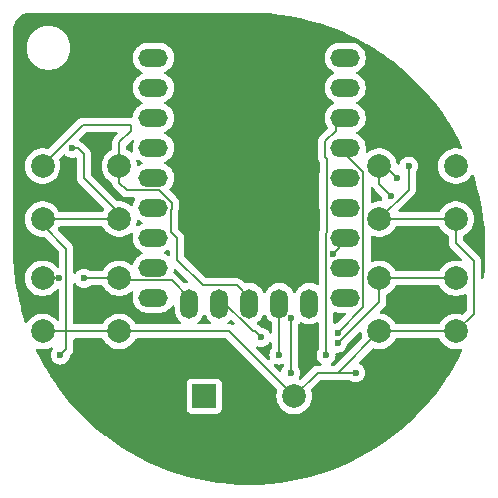
<source format=gbr>
%TF.GenerationSoftware,KiCad,Pcbnew,8.0.5*%
%TF.CreationDate,2024-10-15T22:02:10+02:00*%
%TF.ProjectId,_autosave-pcb,5f617574-6f73-4617-9665-2d7063622e6b,rev?*%
%TF.SameCoordinates,Original*%
%TF.FileFunction,Copper,L2,Bot*%
%TF.FilePolarity,Positive*%
%FSLAX46Y46*%
G04 Gerber Fmt 4.6, Leading zero omitted, Abs format (unit mm)*
G04 Created by KiCad (PCBNEW 8.0.5) date 2024-10-15 22:02:10*
%MOMM*%
%LPD*%
G01*
G04 APERTURE LIST*
%TA.AperFunction,ComponentPad*%
%ADD10C,2.000000*%
%TD*%
%TA.AperFunction,ComponentPad*%
%ADD11R,2.000000X2.000000*%
%TD*%
%TA.AperFunction,ComponentPad*%
%ADD12O,2.500000X1.500000*%
%TD*%
%TA.AperFunction,ComponentPad*%
%ADD13O,1.500000X2.500000*%
%TD*%
%TA.AperFunction,ViaPad*%
%ADD14C,0.600000*%
%TD*%
%TA.AperFunction,Conductor*%
%ADD15C,0.200000*%
%TD*%
G04 APERTURE END LIST*
D10*
%TO.P,SBR1,1,1*%
%TO.N,Net-(U1-12)*%
X161000000Y-52500000D03*
X167500000Y-52500000D03*
%TO.P,SBR1,2,2*%
%TO.N,GND*%
X161000000Y-57000000D03*
X167500000Y-57000000D03*
%TD*%
%TO.P,STL1,1,1*%
%TO.N,Net-(U1-11)*%
X132500000Y-43000000D03*
X139000000Y-43000000D03*
%TO.P,STL1,2,2*%
%TO.N,GND*%
X132500000Y-47500000D03*
X139000000Y-47500000D03*
%TD*%
%TO.P,SBL1,1,1*%
%TO.N,Net-(U1-13)*%
X132500000Y-52500000D03*
X139000000Y-52500000D03*
%TO.P,SBL1,2,2*%
%TO.N,GND*%
X132500000Y-57000000D03*
X139000000Y-57000000D03*
%TD*%
%TO.P,STR1,1,1*%
%TO.N,Net-(U1-10)*%
X161000000Y-43000000D03*
X167500000Y-43000000D03*
%TO.P,STR1,2,2*%
%TO.N,GND*%
X161000000Y-47500000D03*
X167500000Y-47500000D03*
%TD*%
D11*
%TO.P,BZ1,1,+*%
%TO.N,Net-(BZ1-+)*%
X146200000Y-62500000D03*
D10*
%TO.P,BZ1,2,-*%
%TO.N,GND*%
X153800000Y-62500000D03*
%TD*%
D12*
%TO.P,U1,1,0*%
%TO.N,unconnected-(U1-0-Pad1)*%
X158120000Y-33840000D03*
%TO.P,U1,2,1*%
%TO.N,unconnected-(U1-1-Pad2)*%
X158120000Y-36380000D03*
%TO.P,U1,3,2*%
%TO.N,Net-(U1-2)*%
X158120000Y-38920000D03*
%TO.P,U1,4,3*%
%TO.N,Net-(U1-3)*%
X158120000Y-41460000D03*
%TO.P,U1,5,4*%
%TO.N,Net-(U1-4)*%
X158120000Y-44000000D03*
%TO.P,U1,6,5*%
%TO.N,Net-(U1-5)*%
X158120000Y-46540000D03*
%TO.P,U1,7,6*%
%TO.N,Net-(U1-6)*%
X158120000Y-49080000D03*
%TO.P,U1,8,7*%
%TO.N,unconnected-(U1-7-Pad8)*%
X158120000Y-51620000D03*
%TO.P,U1,9,8*%
%TO.N,unconnected-(U1-8-Pad9)*%
X158120000Y-54160000D03*
D13*
%TO.P,U1,10,9*%
%TO.N,unconnected-(U1-9-Pad10)*%
X155080000Y-54660000D03*
%TO.P,U1,11,10*%
%TO.N,Net-(U1-10)*%
X152540000Y-54660000D03*
%TO.P,U1,12,11*%
%TO.N,Net-(U1-11)*%
X150000000Y-54660000D03*
%TO.P,U1,13,12*%
%TO.N,Net-(U1-12)*%
X147460000Y-54660000D03*
%TO.P,U1,14,13*%
%TO.N,Net-(U1-13)*%
X144920000Y-54660000D03*
D12*
%TO.P,U1,15,14*%
%TO.N,unconnected-(U1-14-Pad15)*%
X141880000Y-54160000D03*
%TO.P,U1,16,15*%
%TO.N,unconnected-(U1-15-Pad16)*%
X141880000Y-51620000D03*
%TO.P,U1,17,26*%
%TO.N,unconnected-(U1-26-Pad17)*%
X141880000Y-49080000D03*
%TO.P,U1,18,27*%
%TO.N,unconnected-(U1-27-Pad18)*%
X141880000Y-46540000D03*
%TO.P,U1,19,28*%
%TO.N,unconnected-(U1-28-Pad19)*%
X141880000Y-44000000D03*
%TO.P,U1,20,29*%
%TO.N,unconnected-(U1-29-Pad20)*%
X141880000Y-41460000D03*
%TO.P,U1,21,3V3*%
%TO.N,unconnected-(U1-3V3-Pad21)*%
X141880000Y-38920000D03*
%TO.P,U1,22,GND*%
%TO.N,unconnected-(U1-GND-Pad22)*%
X141880000Y-36380000D03*
%TO.P,U1,23,5V*%
%TO.N,unconnected-(U1-5V-Pad23)*%
X141880000Y-33840000D03*
%TD*%
D14*
%TO.N,GND*%
X135000000Y-41500000D03*
X159000000Y-60500000D03*
X163500000Y-43000000D03*
X134000000Y-59000000D03*
%TO.N,Net-(U1-3)*%
X157500000Y-57100000D03*
%TO.N,Net-(U1-2)*%
X156500000Y-59000000D03*
%TO.N,Net-(U1-13)*%
X136000000Y-52500000D03*
X133900000Y-52500000D03*
%TO.N,Net-(U1-12)*%
X157500000Y-58000000D03*
X151000000Y-57500000D03*
%TO.N,Net-(U1-10)*%
X152500000Y-59000000D03*
X162000000Y-45500000D03*
X162500000Y-44000000D03*
%TO.N,Net-(U1-6)*%
X153500000Y-60500000D03*
X153547423Y-55900001D03*
X157099999Y-50483294D03*
%TD*%
D15*
%TO.N,GND*%
X136000000Y-44000000D02*
X136000000Y-42000000D01*
X135000000Y-41500000D02*
X135500000Y-41500000D01*
X139000000Y-47500000D02*
X139000000Y-47000000D01*
X132500000Y-47500000D02*
X132500000Y-48000000D01*
X139000000Y-47000000D02*
X136000000Y-44000000D01*
X167500000Y-47500000D02*
X167500000Y-49500000D01*
X135500000Y-41500000D02*
X136000000Y-42000000D01*
X139000000Y-57000000D02*
X148300000Y-57000000D01*
X134500000Y-57000000D02*
X139000000Y-57000000D01*
X132500000Y-48000000D02*
X134500000Y-50000000D01*
X167500000Y-49500000D02*
X169000000Y-51000000D01*
X134500000Y-57000000D02*
X132500000Y-57000000D01*
X155800000Y-60500000D02*
X153800000Y-62500000D01*
X134500000Y-50000000D02*
X134500000Y-57000000D01*
X139000000Y-47500000D02*
X132500000Y-47500000D01*
X167500000Y-47500000D02*
X161000000Y-47500000D01*
X163500000Y-45000000D02*
X161000000Y-47500000D01*
X161000000Y-57000000D02*
X157500000Y-60500000D01*
X134500000Y-58500000D02*
X134500000Y-57000000D01*
X134000000Y-59000000D02*
X134500000Y-58500000D01*
X169000000Y-51000000D02*
X169000000Y-55500000D01*
X157500000Y-60500000D02*
X155800000Y-60500000D01*
X169000000Y-55500000D02*
X167500000Y-57000000D01*
X159000000Y-60500000D02*
X157500000Y-60500000D01*
X148300000Y-57000000D02*
X153800000Y-62500000D01*
X161000000Y-57000000D02*
X167500000Y-57000000D01*
X163500000Y-43000000D02*
X163500000Y-45000000D01*
%TO.N,Net-(U1-3)*%
X159670000Y-54930000D02*
X159670000Y-43510000D01*
X159670000Y-43510000D02*
X157620000Y-41460000D01*
X157500000Y-57100000D02*
X159670000Y-54930000D01*
%TO.N,Net-(U1-2)*%
X156500000Y-48715076D02*
X156500000Y-59000000D01*
X156602593Y-48612483D02*
X156500000Y-48715076D01*
X157346409Y-38920000D02*
X157346409Y-39992502D01*
X156420200Y-42240889D02*
X156602593Y-42423282D01*
X156420200Y-40918711D02*
X156420200Y-42240889D01*
X156602593Y-43663816D02*
X156541006Y-43725403D01*
X156541006Y-43725403D02*
X156541006Y-46532538D01*
X156602593Y-46842159D02*
X156602593Y-48612483D01*
X156602593Y-42423282D02*
X156602593Y-43663816D01*
X157620000Y-38920000D02*
X157346409Y-38920000D01*
X157346409Y-39992502D02*
X156420200Y-40918711D01*
X156541006Y-46532538D02*
X156602593Y-46842159D01*
%TO.N,Net-(U1-13)*%
X139170000Y-52670000D02*
X143430000Y-52670000D01*
X139000000Y-52500000D02*
X139170000Y-52670000D01*
X136000000Y-52500000D02*
X139000000Y-52500000D01*
X143430000Y-52670000D02*
X144920000Y-54160000D01*
X132500000Y-52500000D02*
X133900000Y-52500000D01*
%TO.N,Net-(U1-12)*%
X167500000Y-52500000D02*
X161000000Y-52500000D01*
X161000000Y-52500000D02*
X161000000Y-54500000D01*
X151000000Y-57500000D02*
X150500000Y-57000000D01*
X161000000Y-54500000D02*
X157500000Y-58000000D01*
X150300000Y-57000000D02*
X147460000Y-54160000D01*
X150500000Y-57000000D02*
X150300000Y-57000000D01*
%TO.N,Net-(U1-11)*%
X140000000Y-40000000D02*
X139000000Y-41000000D01*
X148940000Y-53100000D02*
X150000000Y-54160000D01*
X143458994Y-46532538D02*
X143397407Y-46842159D01*
X139000000Y-41000000D02*
X139000000Y-43000000D01*
X140000000Y-39500000D02*
X140000000Y-40000000D01*
X142388911Y-45050000D02*
X143458994Y-46120083D01*
X139000000Y-43000000D02*
X139000000Y-44414213D01*
X143458994Y-46120083D02*
X143458994Y-46532538D01*
X146040315Y-53100000D02*
X148940000Y-53100000D01*
X135934315Y-39500000D02*
X140000000Y-39500000D01*
X139635787Y-45050000D02*
X142388911Y-45050000D01*
X132500000Y-42934315D02*
X135934315Y-39500000D01*
X143397407Y-46842159D02*
X143397407Y-48612483D01*
X143397407Y-48612483D02*
X143887146Y-49102222D01*
X139000000Y-44414213D02*
X139635787Y-45050000D01*
X132500000Y-43000000D02*
X132500000Y-42934315D01*
X143887146Y-50946831D02*
X146040315Y-53100000D01*
X143887146Y-49102222D02*
X143887146Y-50946831D01*
%TO.N,Net-(U1-10)*%
X161000000Y-43000000D02*
X161500000Y-43000000D01*
X152500000Y-59000000D02*
X152500000Y-58000000D01*
X152540000Y-57960000D02*
X152540000Y-54160000D01*
X161000000Y-44500000D02*
X162000000Y-45500000D01*
X152500000Y-58000000D02*
X152540000Y-57960000D01*
X161500000Y-43000000D02*
X162500000Y-44000000D01*
X161000000Y-43000000D02*
X161000000Y-44500000D01*
%TO.N,Net-(U1-6)*%
X153547423Y-60452577D02*
X153547423Y-55900001D01*
X153500000Y-60500000D02*
X153547423Y-60452577D01*
X157620000Y-49080000D02*
X157620000Y-49963293D01*
X157620000Y-49963293D02*
X157099999Y-50483294D01*
%TD*%
%TA.AperFunction,NonConductor*%
G36*
X140164055Y-40787694D02*
G01*
X140219988Y-40829566D01*
X140244405Y-40895030D01*
X140231207Y-40960169D01*
X140221118Y-40979970D01*
X140160290Y-41167173D01*
X140129500Y-41361577D01*
X140129500Y-41558422D01*
X140156130Y-41726560D01*
X140147175Y-41795854D01*
X140102179Y-41849306D01*
X140035427Y-41869945D01*
X139968114Y-41851220D01*
X139957499Y-41843815D01*
X139823509Y-41739526D01*
X139823507Y-41739525D01*
X139823506Y-41739524D01*
X139665482Y-41654006D01*
X139615892Y-41604786D01*
X139600500Y-41544951D01*
X139600500Y-41300097D01*
X139620185Y-41233058D01*
X139636819Y-41212416D01*
X140033040Y-40816195D01*
X140094363Y-40782710D01*
X140164055Y-40787694D01*
G37*
%TD.AperFunction*%
%TA.AperFunction,NonConductor*%
G36*
X140622046Y-42457033D02*
G01*
X140639219Y-42467494D01*
X140724595Y-42529524D01*
X140830571Y-42583521D01*
X140901213Y-42619515D01*
X140952009Y-42667489D01*
X140968804Y-42735310D01*
X140946267Y-42801445D01*
X140901213Y-42840485D01*
X140724591Y-42930477D01*
X140690906Y-42954951D01*
X140625099Y-42978430D01*
X140557045Y-42962603D01*
X140508351Y-42912497D01*
X140494446Y-42864875D01*
X140485108Y-42752179D01*
X140477815Y-42723380D01*
X140446129Y-42598254D01*
X140448753Y-42528433D01*
X140488709Y-42471116D01*
X140553310Y-42444499D01*
X140622046Y-42457033D01*
G37*
%TD.AperFunction*%
%TA.AperFunction,NonConductor*%
G36*
X160475703Y-44806531D02*
G01*
X160501888Y-44838245D01*
X160519479Y-44868714D01*
X160519481Y-44868717D01*
X160638349Y-44987585D01*
X160638355Y-44987590D01*
X161169298Y-45518533D01*
X161202783Y-45579856D01*
X161204837Y-45592330D01*
X161214630Y-45679249D01*
X161270044Y-45837615D01*
X161273605Y-45907394D01*
X161238876Y-45968021D01*
X161176882Y-46000248D01*
X161132593Y-46000878D01*
X161124335Y-45999500D01*
X160875665Y-45999500D01*
X160630383Y-46040429D01*
X160434763Y-46107586D01*
X160364964Y-46110736D01*
X160304543Y-46075650D01*
X160272682Y-46013467D01*
X160270500Y-45990305D01*
X160270500Y-44900244D01*
X160290185Y-44833205D01*
X160342989Y-44787450D01*
X160412147Y-44777506D01*
X160475703Y-44806531D01*
G37*
%TD.AperFunction*%
%TA.AperFunction,NonConductor*%
G36*
X138817941Y-40120185D02*
G01*
X138863696Y-40172989D01*
X138873640Y-40242147D01*
X138844615Y-40305703D01*
X138838583Y-40312181D01*
X138519481Y-40631282D01*
X138519481Y-40631283D01*
X138519480Y-40631284D01*
X138487355Y-40686927D01*
X138440423Y-40768215D01*
X138399499Y-40920943D01*
X138399499Y-40920945D01*
X138399499Y-41089046D01*
X138399500Y-41089059D01*
X138399500Y-41544951D01*
X138379815Y-41611990D01*
X138334518Y-41654006D01*
X138176493Y-41739524D01*
X137980257Y-41892261D01*
X137811833Y-42075217D01*
X137675826Y-42283393D01*
X137575936Y-42511118D01*
X137514892Y-42752175D01*
X137514890Y-42752187D01*
X137494357Y-42999994D01*
X137494357Y-43000005D01*
X137514890Y-43247812D01*
X137514892Y-43247824D01*
X137575936Y-43488881D01*
X137675826Y-43716606D01*
X137811833Y-43924782D01*
X137811836Y-43924785D01*
X137980256Y-44107738D01*
X138176491Y-44260474D01*
X138176493Y-44260475D01*
X138176496Y-44260477D01*
X138334516Y-44345993D01*
X138384107Y-44395213D01*
X138399499Y-44455048D01*
X138399499Y-44493267D01*
X138399498Y-44493267D01*
X138440423Y-44645998D01*
X138460794Y-44681280D01*
X138460795Y-44681284D01*
X138519475Y-44782922D01*
X138519481Y-44782930D01*
X138638349Y-44901798D01*
X138638354Y-44901802D01*
X139267071Y-45530520D01*
X139267073Y-45530521D01*
X139267077Y-45530524D01*
X139352524Y-45579856D01*
X139404003Y-45609577D01*
X139556730Y-45650501D01*
X139556732Y-45650501D01*
X139722441Y-45650501D01*
X139722457Y-45650500D01*
X140237192Y-45650500D01*
X140304231Y-45670185D01*
X140349986Y-45722989D01*
X140359930Y-45792147D01*
X140337510Y-45847385D01*
X140310478Y-45884591D01*
X140221117Y-46059970D01*
X140160291Y-46247171D01*
X140157270Y-46266246D01*
X140127339Y-46329380D01*
X140068026Y-46366310D01*
X139998164Y-46365310D01*
X139958635Y-46344699D01*
X139938953Y-46329380D01*
X139823509Y-46239526D01*
X139823507Y-46239525D01*
X139823506Y-46239524D01*
X139604811Y-46121172D01*
X139604802Y-46121169D01*
X139369616Y-46040429D01*
X139124335Y-45999500D01*
X138900098Y-45999500D01*
X138833059Y-45979815D01*
X138812417Y-45963181D01*
X136636819Y-43787583D01*
X136603334Y-43726260D01*
X136600500Y-43699902D01*
X136600500Y-42089060D01*
X136600501Y-42089047D01*
X136600501Y-41920944D01*
X136600501Y-41920943D01*
X136559577Y-41768216D01*
X136543013Y-41739526D01*
X136480524Y-41631290D01*
X136480518Y-41631282D01*
X135868717Y-41019481D01*
X135868709Y-41019475D01*
X135766936Y-40960717D01*
X135766934Y-40960716D01*
X135731790Y-40940425D01*
X135731789Y-40940424D01*
X135717316Y-40936546D01*
X135632712Y-40913876D01*
X135573054Y-40877511D01*
X135542525Y-40814664D01*
X135550820Y-40745289D01*
X135577124Y-40706424D01*
X136146731Y-40136819D01*
X136208054Y-40103334D01*
X136234412Y-40100500D01*
X138750902Y-40100500D01*
X138817941Y-40120185D01*
G37*
%TD.AperFunction*%
%TA.AperFunction,NonConductor*%
G36*
X140687781Y-47582777D02*
G01*
X140704285Y-47594768D01*
X140724593Y-47609523D01*
X140901213Y-47699515D01*
X140952009Y-47747489D01*
X140968804Y-47815310D01*
X140946267Y-47881445D01*
X140901213Y-47920485D01*
X140724591Y-48010478D01*
X140626806Y-48081523D01*
X140561000Y-48105003D01*
X140492946Y-48089177D01*
X140444251Y-48039072D01*
X140430376Y-47970594D01*
X140433713Y-47950770D01*
X140485108Y-47747821D01*
X140491319Y-47672853D01*
X140516473Y-47607671D01*
X140572874Y-47566432D01*
X140642618Y-47562234D01*
X140687781Y-47582777D01*
G37*
%TD.AperFunction*%
%TA.AperFunction,NonConductor*%
G36*
X143223620Y-50102377D02*
G01*
X143272315Y-50152482D01*
X143286646Y-50210350D01*
X143286646Y-50489649D01*
X143266961Y-50556688D01*
X143214157Y-50602443D01*
X143144999Y-50612387D01*
X143089761Y-50589967D01*
X143035406Y-50550476D01*
X142858787Y-50460485D01*
X142807990Y-50412511D01*
X142791195Y-50344690D01*
X142813732Y-50278555D01*
X142858787Y-50239515D01*
X142890118Y-50223550D01*
X143035405Y-50149524D01*
X143065588Y-50127594D01*
X143089760Y-50110033D01*
X143155566Y-50086552D01*
X143223620Y-50102377D01*
G37*
%TD.AperFunction*%
%TA.AperFunction,NonConductor*%
G36*
X166110923Y-48120185D02*
G01*
X166156678Y-48172989D01*
X166157440Y-48174689D01*
X166175827Y-48216608D01*
X166311833Y-48424782D01*
X166311836Y-48424785D01*
X166480256Y-48607738D01*
X166667211Y-48753251D01*
X166676494Y-48760476D01*
X166676496Y-48760477D01*
X166725828Y-48787174D01*
X166834517Y-48845993D01*
X166884108Y-48895212D01*
X166899500Y-48955048D01*
X166899500Y-49413330D01*
X166899499Y-49413348D01*
X166899499Y-49579054D01*
X166899498Y-49579054D01*
X166899499Y-49579057D01*
X166940423Y-49731785D01*
X166940424Y-49731787D01*
X166940423Y-49731787D01*
X166955270Y-49757501D01*
X166955272Y-49757503D01*
X166955273Y-49757505D01*
X166998077Y-49831645D01*
X167019479Y-49868715D01*
X167138349Y-49987585D01*
X167138355Y-49987590D01*
X167981904Y-50831139D01*
X168015389Y-50892462D01*
X168010405Y-50962154D01*
X167968533Y-51018087D01*
X167903069Y-51042504D01*
X167873814Y-51041129D01*
X167624335Y-50999500D01*
X167375665Y-50999500D01*
X167130383Y-51040429D01*
X166895197Y-51121169D01*
X166895188Y-51121172D01*
X166676493Y-51239524D01*
X166480257Y-51392261D01*
X166311833Y-51575217D01*
X166175827Y-51783391D01*
X166157440Y-51825311D01*
X166112483Y-51878796D01*
X166045747Y-51899486D01*
X166043884Y-51899500D01*
X162456116Y-51899500D01*
X162389077Y-51879815D01*
X162343322Y-51827011D01*
X162342560Y-51825311D01*
X162324172Y-51783391D01*
X162188166Y-51575217D01*
X162106958Y-51487002D01*
X162019744Y-51392262D01*
X161823509Y-51239526D01*
X161823507Y-51239525D01*
X161823506Y-51239524D01*
X161604811Y-51121172D01*
X161604802Y-51121169D01*
X161369616Y-51040429D01*
X161124335Y-50999500D01*
X160875665Y-50999500D01*
X160630383Y-51040429D01*
X160434763Y-51107586D01*
X160364964Y-51110736D01*
X160304543Y-51075650D01*
X160272682Y-51013467D01*
X160270500Y-50990305D01*
X160270500Y-49009694D01*
X160290185Y-48942655D01*
X160342989Y-48896900D01*
X160412147Y-48886956D01*
X160434758Y-48892411D01*
X160630386Y-48959571D01*
X160875665Y-49000500D01*
X161124335Y-49000500D01*
X161369614Y-48959571D01*
X161604810Y-48878828D01*
X161823509Y-48760474D01*
X162019744Y-48607738D01*
X162188164Y-48424785D01*
X162324173Y-48216607D01*
X162342560Y-48174689D01*
X162387517Y-48121204D01*
X162454253Y-48100514D01*
X162456116Y-48100500D01*
X166043884Y-48100500D01*
X166110923Y-48120185D01*
G37*
%TD.AperFunction*%
%TA.AperFunction,NonConductor*%
G36*
X137610923Y-48120185D02*
G01*
X137656678Y-48172989D01*
X137657440Y-48174689D01*
X137675827Y-48216608D01*
X137811833Y-48424782D01*
X137811836Y-48424785D01*
X137980256Y-48607738D01*
X138176491Y-48760474D01*
X138395190Y-48878828D01*
X138630386Y-48959571D01*
X138875665Y-49000500D01*
X139124335Y-49000500D01*
X139369614Y-48959571D01*
X139604810Y-48878828D01*
X139823509Y-48760474D01*
X139966888Y-48648876D01*
X140031880Y-48623235D01*
X140100420Y-48636801D01*
X140150745Y-48685270D01*
X140166877Y-48753251D01*
X140160984Y-48785036D01*
X140160293Y-48787160D01*
X140160291Y-48787172D01*
X140129500Y-48981577D01*
X140129500Y-49178422D01*
X140160290Y-49372826D01*
X140221117Y-49560029D01*
X140288710Y-49692687D01*
X140310476Y-49735405D01*
X140426172Y-49894646D01*
X140565354Y-50033828D01*
X140724595Y-50149524D01*
X140843974Y-50210350D01*
X140901213Y-50239515D01*
X140952009Y-50287489D01*
X140968804Y-50355310D01*
X140946267Y-50421445D01*
X140901213Y-50460485D01*
X140724594Y-50550476D01*
X140653069Y-50602443D01*
X140565354Y-50666172D01*
X140565352Y-50666174D01*
X140565351Y-50666174D01*
X140426174Y-50805351D01*
X140426174Y-50805352D01*
X140426172Y-50805354D01*
X140407438Y-50831139D01*
X140310476Y-50964594D01*
X140221117Y-51139970D01*
X140169659Y-51298342D01*
X140130221Y-51356017D01*
X140065862Y-51383215D01*
X139997016Y-51371300D01*
X139975566Y-51357877D01*
X139936119Y-51327174D01*
X139823509Y-51239526D01*
X139823507Y-51239525D01*
X139823506Y-51239524D01*
X139604811Y-51121172D01*
X139604802Y-51121169D01*
X139369616Y-51040429D01*
X139124335Y-50999500D01*
X138875665Y-50999500D01*
X138630383Y-51040429D01*
X138395197Y-51121169D01*
X138395188Y-51121172D01*
X138176493Y-51239524D01*
X137980257Y-51392261D01*
X137811833Y-51575217D01*
X137675827Y-51783391D01*
X137657440Y-51825311D01*
X137612483Y-51878796D01*
X137545747Y-51899486D01*
X137543884Y-51899500D01*
X136582412Y-51899500D01*
X136515373Y-51879815D01*
X136505097Y-51872445D01*
X136502263Y-51870185D01*
X136502262Y-51870184D01*
X136430847Y-51825311D01*
X136349523Y-51774211D01*
X136179254Y-51714631D01*
X136179249Y-51714630D01*
X136000004Y-51694435D01*
X135999996Y-51694435D01*
X135820750Y-51714630D01*
X135820745Y-51714631D01*
X135650476Y-51774211D01*
X135497737Y-51870184D01*
X135370182Y-51997739D01*
X135329493Y-52062496D01*
X135277158Y-52108787D01*
X135208105Y-52119434D01*
X135144257Y-52091059D01*
X135105885Y-52032669D01*
X135100500Y-51996523D01*
X135100500Y-49920945D01*
X135100500Y-49920943D01*
X135059577Y-49768216D01*
X135059577Y-49768215D01*
X135015970Y-49692686D01*
X134980520Y-49631284D01*
X134868716Y-49519480D01*
X134868715Y-49519479D01*
X134864385Y-49515149D01*
X134864374Y-49515139D01*
X133793293Y-48444058D01*
X133759808Y-48382735D01*
X133764792Y-48313043D01*
X133777161Y-48288561D01*
X133824173Y-48216607D01*
X133842560Y-48174689D01*
X133887517Y-48121204D01*
X133954253Y-48100514D01*
X133956116Y-48100500D01*
X137543884Y-48100500D01*
X137610923Y-48120185D01*
G37*
%TD.AperFunction*%
%TA.AperFunction,NonConductor*%
G36*
X143776007Y-51705193D02*
G01*
X143827058Y-51735978D01*
X144804020Y-52712941D01*
X144837505Y-52774264D01*
X144832521Y-52843956D01*
X144790649Y-52899889D01*
X144735737Y-52923095D01*
X144622545Y-52941023D01*
X144553252Y-52932068D01*
X144515466Y-52906231D01*
X143917590Y-52308355D01*
X143917588Y-52308352D01*
X143798717Y-52189481D01*
X143798709Y-52189475D01*
X143697918Y-52131284D01*
X143697916Y-52131283D01*
X143661788Y-52110423D01*
X143656383Y-52108185D01*
X143601979Y-52064343D01*
X143579915Y-51998049D01*
X143585905Y-51955309D01*
X143599709Y-51912826D01*
X143616904Y-51804261D01*
X143646833Y-51741126D01*
X143706144Y-51704195D01*
X143776007Y-51705193D01*
G37*
%TD.AperFunction*%
%TA.AperFunction,NonConductor*%
G36*
X150001374Y-30000529D02*
G01*
X150869659Y-30019475D01*
X150875022Y-30019709D01*
X151740420Y-30076430D01*
X151745735Y-30076895D01*
X152607808Y-30171307D01*
X152613086Y-30172002D01*
X153470219Y-30303927D01*
X153475537Y-30304866D01*
X154315206Y-30471887D01*
X154326030Y-30474040D01*
X154331309Y-30475210D01*
X155173625Y-30681323D01*
X155178833Y-30682718D01*
X155818957Y-30869298D01*
X156011376Y-30925383D01*
X156016532Y-30927009D01*
X156837671Y-31205747D01*
X156842734Y-31207590D01*
X157650942Y-31521885D01*
X157655933Y-31523952D01*
X157841800Y-31605735D01*
X158449690Y-31873213D01*
X158454593Y-31875500D01*
X159071639Y-32179794D01*
X159232310Y-32259028D01*
X159237104Y-32261523D01*
X159923715Y-32638211D01*
X159997379Y-32678624D01*
X160002058Y-32681325D01*
X160743425Y-33131198D01*
X160747961Y-33134087D01*
X161469016Y-33615882D01*
X161473411Y-33618959D01*
X161747885Y-33820212D01*
X162172736Y-34131726D01*
X162177028Y-34135019D01*
X162853319Y-34677799D01*
X162857464Y-34681277D01*
X163509428Y-35253035D01*
X163513417Y-35256690D01*
X164139827Y-35856347D01*
X164143652Y-35860172D01*
X164743309Y-36486582D01*
X164746964Y-36490571D01*
X165318722Y-37142535D01*
X165322200Y-37146680D01*
X165864980Y-37822971D01*
X165868273Y-37827263D01*
X166381027Y-38526570D01*
X166384124Y-38530992D01*
X166677032Y-38969360D01*
X166865903Y-39252025D01*
X166868810Y-39256588D01*
X167318670Y-39997935D01*
X167321375Y-40002620D01*
X167738473Y-40762890D01*
X167740971Y-40767689D01*
X168040437Y-41374945D01*
X168052433Y-41443777D01*
X168025312Y-41508168D01*
X167967683Y-41547674D01*
X167897845Y-41549753D01*
X167888965Y-41547071D01*
X167869617Y-41540429D01*
X167624335Y-41499500D01*
X167375665Y-41499500D01*
X167130383Y-41540429D01*
X166895197Y-41621169D01*
X166895188Y-41621172D01*
X166676493Y-41739524D01*
X166480257Y-41892261D01*
X166311833Y-42075217D01*
X166175826Y-42283393D01*
X166075936Y-42511118D01*
X166014892Y-42752175D01*
X166014890Y-42752187D01*
X165994357Y-42999994D01*
X165994357Y-43000005D01*
X166014890Y-43247812D01*
X166014892Y-43247824D01*
X166075936Y-43488881D01*
X166175826Y-43716606D01*
X166311833Y-43924782D01*
X166311836Y-43924785D01*
X166480256Y-44107738D01*
X166676491Y-44260474D01*
X166676493Y-44260475D01*
X166876506Y-44368717D01*
X166895190Y-44378828D01*
X167130386Y-44459571D01*
X167375665Y-44500500D01*
X167624335Y-44500500D01*
X167869614Y-44459571D01*
X168104810Y-44378828D01*
X168323509Y-44260474D01*
X168519744Y-44107738D01*
X168688164Y-43924785D01*
X168788962Y-43770500D01*
X168842108Y-43725144D01*
X168911339Y-43715720D01*
X168974675Y-43745222D01*
X169010190Y-43798464D01*
X169072991Y-43983471D01*
X169074618Y-43988630D01*
X169317278Y-44821157D01*
X169318678Y-44826383D01*
X169524788Y-45668687D01*
X169525959Y-45673969D01*
X169695132Y-46524457D01*
X169696072Y-46529785D01*
X169827991Y-47386870D01*
X169828697Y-47392234D01*
X169923100Y-48254227D01*
X169923572Y-48259616D01*
X169980289Y-49124956D01*
X169980524Y-49130361D01*
X169999440Y-49997295D01*
X169999440Y-50002705D01*
X169980524Y-50869638D01*
X169980289Y-50875043D01*
X169923572Y-51740383D01*
X169923100Y-51745772D01*
X169847763Y-52433674D01*
X169820897Y-52498172D01*
X169763426Y-52537907D01*
X169693596Y-52540262D01*
X169633578Y-52504491D01*
X169602427Y-52441950D01*
X169600500Y-52420175D01*
X169600500Y-50920943D01*
X169599664Y-50917825D01*
X169599661Y-50917814D01*
X169587483Y-50872366D01*
X169569528Y-50805354D01*
X169559577Y-50768216D01*
X169500664Y-50666174D01*
X169480524Y-50631290D01*
X169480521Y-50631286D01*
X169480520Y-50631284D01*
X169368716Y-50519480D01*
X169368715Y-50519479D01*
X169364385Y-50515149D01*
X169364374Y-50515139D01*
X168136819Y-49287584D01*
X168103334Y-49226261D01*
X168100500Y-49199903D01*
X168100500Y-48955048D01*
X168120185Y-48888009D01*
X168165481Y-48845993D01*
X168323509Y-48760474D01*
X168519744Y-48607738D01*
X168688164Y-48424785D01*
X168824173Y-48216607D01*
X168924063Y-47988881D01*
X168985108Y-47747821D01*
X168998784Y-47582778D01*
X169005643Y-47500005D01*
X169005643Y-47499994D01*
X168985109Y-47252187D01*
X168985107Y-47252175D01*
X168924063Y-47011118D01*
X168824173Y-46783393D01*
X168688166Y-46575217D01*
X168627033Y-46508809D01*
X168519744Y-46392262D01*
X168323509Y-46239526D01*
X168323507Y-46239525D01*
X168323506Y-46239524D01*
X168104811Y-46121172D01*
X168104802Y-46121169D01*
X167869616Y-46040429D01*
X167624335Y-45999500D01*
X167375665Y-45999500D01*
X167130383Y-46040429D01*
X166895197Y-46121169D01*
X166895188Y-46121172D01*
X166676493Y-46239524D01*
X166480257Y-46392261D01*
X166311833Y-46575217D01*
X166175827Y-46783391D01*
X166157440Y-46825311D01*
X166112483Y-46878796D01*
X166045747Y-46899486D01*
X166043884Y-46899500D01*
X162749097Y-46899500D01*
X162682058Y-46879815D01*
X162636303Y-46827011D01*
X162626359Y-46757853D01*
X162655384Y-46694297D01*
X162661416Y-46687819D01*
X162956974Y-46392261D01*
X163858506Y-45490727D01*
X163858511Y-45490724D01*
X163868714Y-45480520D01*
X163868716Y-45480520D01*
X163980520Y-45368716D01*
X164038543Y-45268216D01*
X164059577Y-45231785D01*
X164100501Y-45079057D01*
X164100501Y-44920943D01*
X164100501Y-44913348D01*
X164100500Y-44913330D01*
X164100500Y-43582412D01*
X164120185Y-43515373D01*
X164127555Y-43505097D01*
X164129810Y-43502267D01*
X164129816Y-43502262D01*
X164225789Y-43349522D01*
X164285368Y-43179255D01*
X164292557Y-43115449D01*
X164305565Y-43000003D01*
X164305565Y-42999996D01*
X164285369Y-42820750D01*
X164285368Y-42820745D01*
X164273862Y-42787862D01*
X164225789Y-42650478D01*
X164129816Y-42497738D01*
X164002262Y-42370184D01*
X163922309Y-42319946D01*
X163849523Y-42274211D01*
X163679254Y-42214631D01*
X163679249Y-42214630D01*
X163500004Y-42194435D01*
X163499996Y-42194435D01*
X163320750Y-42214630D01*
X163320745Y-42214631D01*
X163150476Y-42274211D01*
X162997737Y-42370184D01*
X162870184Y-42497737D01*
X162774209Y-42650480D01*
X162726137Y-42787862D01*
X162685416Y-42844638D01*
X162620463Y-42870385D01*
X162551901Y-42856929D01*
X162501499Y-42808541D01*
X162485519Y-42757145D01*
X162485108Y-42752179D01*
X162464808Y-42672018D01*
X162424063Y-42511118D01*
X162324173Y-42283393D01*
X162188166Y-42075217D01*
X162121006Y-42002262D01*
X162019744Y-41892262D01*
X161823509Y-41739526D01*
X161823507Y-41739525D01*
X161823506Y-41739524D01*
X161604811Y-41621172D01*
X161604802Y-41621169D01*
X161369616Y-41540429D01*
X161124335Y-41499500D01*
X160875665Y-41499500D01*
X160630383Y-41540429D01*
X160395197Y-41621169D01*
X160395188Y-41621172D01*
X160200450Y-41726560D01*
X160176491Y-41739526D01*
X160104121Y-41795854D01*
X160042504Y-41843812D01*
X159977510Y-41869454D01*
X159908970Y-41855887D01*
X159858645Y-41807419D01*
X159842514Y-41739437D01*
X159843869Y-41726560D01*
X159870500Y-41558422D01*
X159870500Y-41361577D01*
X159839709Y-41167173D01*
X159778882Y-40979970D01*
X159689523Y-40804594D01*
X159573828Y-40645354D01*
X159434646Y-40506172D01*
X159341076Y-40438189D01*
X159275403Y-40390474D01*
X159098787Y-40300485D01*
X159047990Y-40252511D01*
X159031195Y-40184690D01*
X159053732Y-40118555D01*
X159098787Y-40079515D01*
X159275403Y-39989525D01*
X159275402Y-39989525D01*
X159275405Y-39989524D01*
X159434646Y-39873828D01*
X159573828Y-39734646D01*
X159689524Y-39575405D01*
X159778884Y-39400025D01*
X159839709Y-39212826D01*
X159852624Y-39131284D01*
X159870500Y-39018422D01*
X159870500Y-38821577D01*
X159839709Y-38627173D01*
X159808460Y-38531001D01*
X159778884Y-38439975D01*
X159778882Y-38439972D01*
X159778882Y-38439970D01*
X159689523Y-38264594D01*
X159573828Y-38105354D01*
X159434646Y-37966172D01*
X159355025Y-37908324D01*
X159275403Y-37850474D01*
X159098787Y-37760485D01*
X159047990Y-37712511D01*
X159031195Y-37644690D01*
X159053732Y-37578555D01*
X159098787Y-37539515D01*
X159275403Y-37449525D01*
X159275402Y-37449525D01*
X159275405Y-37449524D01*
X159434646Y-37333828D01*
X159573828Y-37194646D01*
X159689524Y-37035405D01*
X159778884Y-36860025D01*
X159839709Y-36672826D01*
X159870500Y-36478422D01*
X159870500Y-36281577D01*
X159839709Y-36087173D01*
X159778882Y-35899970D01*
X159689523Y-35724594D01*
X159573828Y-35565354D01*
X159434646Y-35426172D01*
X159355025Y-35368324D01*
X159275403Y-35310474D01*
X159098787Y-35220485D01*
X159047990Y-35172511D01*
X159031195Y-35104690D01*
X159053732Y-35038555D01*
X159098787Y-34999515D01*
X159275403Y-34909525D01*
X159275402Y-34909525D01*
X159275405Y-34909524D01*
X159434646Y-34793828D01*
X159573828Y-34654646D01*
X159689524Y-34495405D01*
X159778884Y-34320025D01*
X159839709Y-34132826D01*
X159839883Y-34131726D01*
X159870500Y-33938422D01*
X159870500Y-33741577D01*
X159839709Y-33547173D01*
X159778882Y-33359970D01*
X159689523Y-33184594D01*
X159573828Y-33025354D01*
X159434646Y-32886172D01*
X159275405Y-32770476D01*
X159100029Y-32681117D01*
X158912826Y-32620290D01*
X158718422Y-32589500D01*
X158718417Y-32589500D01*
X157521583Y-32589500D01*
X157521578Y-32589500D01*
X157327173Y-32620290D01*
X157139970Y-32681117D01*
X156964594Y-32770476D01*
X156873741Y-32836485D01*
X156805354Y-32886172D01*
X156805352Y-32886174D01*
X156805351Y-32886174D01*
X156666174Y-33025351D01*
X156666174Y-33025352D01*
X156666172Y-33025354D01*
X156616485Y-33093741D01*
X156550476Y-33184594D01*
X156461117Y-33359970D01*
X156400290Y-33547173D01*
X156369500Y-33741577D01*
X156369500Y-33938422D01*
X156400290Y-34132826D01*
X156461117Y-34320029D01*
X156498943Y-34394266D01*
X156550476Y-34495405D01*
X156666172Y-34654646D01*
X156805354Y-34793828D01*
X156964595Y-34909524D01*
X157087992Y-34972397D01*
X157141213Y-34999515D01*
X157192009Y-35047489D01*
X157208804Y-35115310D01*
X157186267Y-35181445D01*
X157141213Y-35220485D01*
X156964594Y-35310476D01*
X156873741Y-35376485D01*
X156805354Y-35426172D01*
X156805352Y-35426174D01*
X156805351Y-35426174D01*
X156666174Y-35565351D01*
X156666174Y-35565352D01*
X156666172Y-35565354D01*
X156616485Y-35633741D01*
X156550476Y-35724594D01*
X156461117Y-35899970D01*
X156400290Y-36087173D01*
X156369500Y-36281577D01*
X156369500Y-36478422D01*
X156400290Y-36672826D01*
X156461117Y-36860029D01*
X156550476Y-37035405D01*
X156666172Y-37194646D01*
X156805354Y-37333828D01*
X156964595Y-37449524D01*
X157087992Y-37512397D01*
X157141213Y-37539515D01*
X157192009Y-37587489D01*
X157208804Y-37655310D01*
X157186267Y-37721445D01*
X157141213Y-37760485D01*
X156964594Y-37850476D01*
X156873741Y-37916485D01*
X156805354Y-37966172D01*
X156805352Y-37966174D01*
X156805351Y-37966174D01*
X156666174Y-38105351D01*
X156666174Y-38105352D01*
X156666172Y-38105354D01*
X156616485Y-38173741D01*
X156550476Y-38264594D01*
X156461117Y-38439970D01*
X156400290Y-38627173D01*
X156369500Y-38821577D01*
X156369500Y-39018422D01*
X156400290Y-39212826D01*
X156461117Y-39400029D01*
X156550476Y-39575405D01*
X156641314Y-39700433D01*
X156664794Y-39766237D01*
X156648969Y-39834291D01*
X156628677Y-39860998D01*
X155939681Y-40549993D01*
X155939675Y-40550001D01*
X155892748Y-40631283D01*
X155892748Y-40631284D01*
X155860623Y-40686926D01*
X155819699Y-40839654D01*
X155819699Y-40839656D01*
X155819699Y-41007757D01*
X155819700Y-41007770D01*
X155819700Y-42154219D01*
X155819699Y-42154237D01*
X155819699Y-42319943D01*
X155819698Y-42319943D01*
X155860622Y-42472672D01*
X155887647Y-42519481D01*
X155939677Y-42609601D01*
X155939681Y-42609606D01*
X155965774Y-42635699D01*
X155999259Y-42697022D01*
X156002093Y-42723380D01*
X156002093Y-43424600D01*
X155985481Y-43486599D01*
X155981430Y-43493615D01*
X155981429Y-43493617D01*
X155981429Y-43493618D01*
X155940505Y-43646346D01*
X155940505Y-43646348D01*
X155940505Y-43814449D01*
X155940506Y-43814462D01*
X155940506Y-46508809D01*
X155940241Y-46516918D01*
X155936621Y-46572151D01*
X155938123Y-46579705D01*
X155940506Y-46603893D01*
X155940506Y-46611598D01*
X155954829Y-46665053D01*
X155956671Y-46672953D01*
X155999710Y-46889323D01*
X156002093Y-46913514D01*
X156002093Y-48343249D01*
X155985481Y-48405247D01*
X155974203Y-48424782D01*
X155974202Y-48424785D01*
X155940423Y-48483290D01*
X155940423Y-48483291D01*
X155899499Y-48636019D01*
X155899499Y-48636021D01*
X155899499Y-48804122D01*
X155899500Y-48804135D01*
X155899500Y-52971736D01*
X155879815Y-53038775D01*
X155827011Y-53084530D01*
X155757853Y-53094474D01*
X155719206Y-53082221D01*
X155560032Y-53001118D01*
X155372826Y-52940290D01*
X155178422Y-52909500D01*
X155178417Y-52909500D01*
X154981583Y-52909500D01*
X154981578Y-52909500D01*
X154787173Y-52940290D01*
X154599970Y-53001117D01*
X154424594Y-53090476D01*
X154370448Y-53129816D01*
X154265354Y-53206172D01*
X154265352Y-53206174D01*
X154265351Y-53206174D01*
X154126174Y-53345351D01*
X154126174Y-53345352D01*
X154126172Y-53345354D01*
X154091538Y-53393023D01*
X154010476Y-53504594D01*
X153920485Y-53681213D01*
X153872511Y-53732009D01*
X153804690Y-53748804D01*
X153738555Y-53726267D01*
X153699515Y-53681213D01*
X153669241Y-53621797D01*
X153609524Y-53504595D01*
X153493828Y-53345354D01*
X153354646Y-53206172D01*
X153195405Y-53090476D01*
X153179204Y-53082221D01*
X153020029Y-53001117D01*
X152832826Y-52940290D01*
X152638422Y-52909500D01*
X152638417Y-52909500D01*
X152441583Y-52909500D01*
X152441578Y-52909500D01*
X152247173Y-52940290D01*
X152059970Y-53001117D01*
X151884594Y-53090476D01*
X151830448Y-53129816D01*
X151725354Y-53206172D01*
X151725352Y-53206174D01*
X151725351Y-53206174D01*
X151586174Y-53345351D01*
X151586174Y-53345352D01*
X151586172Y-53345354D01*
X151551538Y-53393023D01*
X151470476Y-53504594D01*
X151380485Y-53681213D01*
X151332511Y-53732009D01*
X151264690Y-53748804D01*
X151198555Y-53726267D01*
X151159515Y-53681213D01*
X151129241Y-53621797D01*
X151069524Y-53504595D01*
X150953828Y-53345354D01*
X150814646Y-53206172D01*
X150655405Y-53090476D01*
X150639204Y-53082221D01*
X150480029Y-53001117D01*
X150292826Y-52940290D01*
X150098422Y-52909500D01*
X150098417Y-52909500D01*
X149901583Y-52909500D01*
X149901577Y-52909500D01*
X149702544Y-52941023D01*
X149633251Y-52932068D01*
X149595466Y-52906231D01*
X149427590Y-52738355D01*
X149427588Y-52738352D01*
X149308717Y-52619481D01*
X149308716Y-52619480D01*
X149221904Y-52569360D01*
X149221904Y-52569359D01*
X149221900Y-52569358D01*
X149171785Y-52540423D01*
X149019057Y-52499499D01*
X148860943Y-52499499D01*
X148853347Y-52499499D01*
X148853331Y-52499500D01*
X146340413Y-52499500D01*
X146273374Y-52479815D01*
X146252732Y-52463181D01*
X144523965Y-50734414D01*
X144490480Y-50673091D01*
X144487646Y-50646733D01*
X144487646Y-49191282D01*
X144487647Y-49191269D01*
X144487647Y-49023166D01*
X144484037Y-49009694D01*
X144446723Y-48870438D01*
X144432610Y-48845993D01*
X144367670Y-48733512D01*
X144367664Y-48733504D01*
X144034226Y-48400066D01*
X144000741Y-48338743D01*
X143997907Y-48312385D01*
X143997907Y-46913514D01*
X144000290Y-46889323D01*
X144002384Y-46878796D01*
X144043328Y-46672950D01*
X144045168Y-46665058D01*
X144059494Y-46611595D01*
X144059494Y-46603893D01*
X144061876Y-46579705D01*
X144063379Y-46572151D01*
X144059759Y-46516918D01*
X144059494Y-46508809D01*
X144059494Y-46209142D01*
X144059495Y-46209129D01*
X144059495Y-46041028D01*
X144059495Y-46041026D01*
X144018571Y-45888298D01*
X143970203Y-45804523D01*
X143939514Y-45751367D01*
X143827710Y-45639563D01*
X143827709Y-45639562D01*
X143823379Y-45635232D01*
X143823368Y-45635222D01*
X143255991Y-45067845D01*
X143222506Y-45006522D01*
X143227490Y-44936830D01*
X143255991Y-44892483D01*
X143279760Y-44868714D01*
X143333828Y-44814646D01*
X143449524Y-44655405D01*
X143538884Y-44480025D01*
X143599709Y-44292826D01*
X143629024Y-44107738D01*
X143630500Y-44098422D01*
X143630500Y-43901577D01*
X143599709Y-43707173D01*
X143538882Y-43519970D01*
X143490122Y-43424274D01*
X143449524Y-43344595D01*
X143333828Y-43185354D01*
X143194646Y-43046172D01*
X143069092Y-42954951D01*
X143035403Y-42930474D01*
X142858787Y-42840485D01*
X142807990Y-42792511D01*
X142791195Y-42724690D01*
X142813732Y-42658555D01*
X142858787Y-42619515D01*
X143035403Y-42529525D01*
X143035402Y-42529525D01*
X143035405Y-42529524D01*
X143194646Y-42413828D01*
X143333828Y-42274646D01*
X143449524Y-42115405D01*
X143538884Y-41940025D01*
X143599709Y-41752826D01*
X143630500Y-41558422D01*
X143630500Y-41361577D01*
X143599709Y-41167173D01*
X143538882Y-40979970D01*
X143449523Y-40804594D01*
X143333828Y-40645354D01*
X143194646Y-40506172D01*
X143101076Y-40438189D01*
X143035403Y-40390474D01*
X142858787Y-40300485D01*
X142807990Y-40252511D01*
X142791195Y-40184690D01*
X142813732Y-40118555D01*
X142858787Y-40079515D01*
X143035403Y-39989525D01*
X143035402Y-39989525D01*
X143035405Y-39989524D01*
X143194646Y-39873828D01*
X143333828Y-39734646D01*
X143449524Y-39575405D01*
X143538884Y-39400025D01*
X143599709Y-39212826D01*
X143612624Y-39131284D01*
X143630500Y-39018422D01*
X143630500Y-38821577D01*
X143599709Y-38627173D01*
X143568460Y-38531001D01*
X143538884Y-38439975D01*
X143538882Y-38439972D01*
X143538882Y-38439970D01*
X143449523Y-38264594D01*
X143333828Y-38105354D01*
X143194646Y-37966172D01*
X143115025Y-37908324D01*
X143035403Y-37850474D01*
X142858787Y-37760485D01*
X142807990Y-37712511D01*
X142791195Y-37644690D01*
X142813732Y-37578555D01*
X142858787Y-37539515D01*
X143035403Y-37449525D01*
X143035402Y-37449525D01*
X143035405Y-37449524D01*
X143194646Y-37333828D01*
X143333828Y-37194646D01*
X143449524Y-37035405D01*
X143538884Y-36860025D01*
X143599709Y-36672826D01*
X143630500Y-36478422D01*
X143630500Y-36281577D01*
X143599709Y-36087173D01*
X143538882Y-35899970D01*
X143449523Y-35724594D01*
X143333828Y-35565354D01*
X143194646Y-35426172D01*
X143115025Y-35368324D01*
X143035403Y-35310474D01*
X142858787Y-35220485D01*
X142807990Y-35172511D01*
X142791195Y-35104690D01*
X142813732Y-35038555D01*
X142858787Y-34999515D01*
X143035403Y-34909525D01*
X143035402Y-34909525D01*
X143035405Y-34909524D01*
X143194646Y-34793828D01*
X143333828Y-34654646D01*
X143449524Y-34495405D01*
X143538884Y-34320025D01*
X143599709Y-34132826D01*
X143599883Y-34131726D01*
X143630500Y-33938422D01*
X143630500Y-33741577D01*
X143599709Y-33547173D01*
X143538882Y-33359970D01*
X143449523Y-33184594D01*
X143333828Y-33025354D01*
X143194646Y-32886172D01*
X143035405Y-32770476D01*
X142860029Y-32681117D01*
X142672826Y-32620290D01*
X142478422Y-32589500D01*
X142478417Y-32589500D01*
X141281583Y-32589500D01*
X141281578Y-32589500D01*
X141087173Y-32620290D01*
X140899970Y-32681117D01*
X140724594Y-32770476D01*
X140633741Y-32836485D01*
X140565354Y-32886172D01*
X140565352Y-32886174D01*
X140565351Y-32886174D01*
X140426174Y-33025351D01*
X140426174Y-33025352D01*
X140426172Y-33025354D01*
X140376485Y-33093741D01*
X140310476Y-33184594D01*
X140221117Y-33359970D01*
X140160290Y-33547173D01*
X140129500Y-33741577D01*
X140129500Y-33938422D01*
X140160290Y-34132826D01*
X140221117Y-34320029D01*
X140258943Y-34394266D01*
X140310476Y-34495405D01*
X140426172Y-34654646D01*
X140565354Y-34793828D01*
X140724595Y-34909524D01*
X140847992Y-34972397D01*
X140901213Y-34999515D01*
X140952009Y-35047489D01*
X140968804Y-35115310D01*
X140946267Y-35181445D01*
X140901213Y-35220485D01*
X140724594Y-35310476D01*
X140633741Y-35376485D01*
X140565354Y-35426172D01*
X140565352Y-35426174D01*
X140565351Y-35426174D01*
X140426174Y-35565351D01*
X140426174Y-35565352D01*
X140426172Y-35565354D01*
X140376485Y-35633741D01*
X140310476Y-35724594D01*
X140221117Y-35899970D01*
X140160290Y-36087173D01*
X140129500Y-36281577D01*
X140129500Y-36478422D01*
X140160290Y-36672826D01*
X140221117Y-36860029D01*
X140310476Y-37035405D01*
X140426172Y-37194646D01*
X140565354Y-37333828D01*
X140724595Y-37449524D01*
X140847992Y-37512397D01*
X140901213Y-37539515D01*
X140952009Y-37587489D01*
X140968804Y-37655310D01*
X140946267Y-37721445D01*
X140901213Y-37760485D01*
X140724594Y-37850476D01*
X140633741Y-37916485D01*
X140565354Y-37966172D01*
X140565352Y-37966174D01*
X140565351Y-37966174D01*
X140426174Y-38105351D01*
X140426174Y-38105352D01*
X140426172Y-38105354D01*
X140376485Y-38173741D01*
X140310476Y-38264594D01*
X140221117Y-38439970D01*
X140160290Y-38627173D01*
X140133726Y-38794898D01*
X140103797Y-38858033D01*
X140044485Y-38894964D01*
X140011253Y-38899500D01*
X136020984Y-38899500D01*
X136020968Y-38899499D01*
X136013372Y-38899499D01*
X135855258Y-38899499D01*
X135747902Y-38928265D01*
X135702525Y-38940424D01*
X135702524Y-38940425D01*
X135652411Y-38969359D01*
X135652410Y-38969360D01*
X135609004Y-38994420D01*
X135565600Y-39019479D01*
X135565597Y-39019481D01*
X135453793Y-39131286D01*
X133054650Y-41530428D01*
X132993327Y-41563913D01*
X132926706Y-41560028D01*
X132869616Y-41540429D01*
X132624335Y-41499500D01*
X132375665Y-41499500D01*
X132130383Y-41540429D01*
X131895197Y-41621169D01*
X131895188Y-41621172D01*
X131676493Y-41739524D01*
X131480257Y-41892261D01*
X131311833Y-42075217D01*
X131175826Y-42283393D01*
X131075936Y-42511118D01*
X131014892Y-42752175D01*
X131014890Y-42752187D01*
X130994357Y-42999994D01*
X130994357Y-43000005D01*
X131014890Y-43247812D01*
X131014892Y-43247824D01*
X131075936Y-43488881D01*
X131175826Y-43716606D01*
X131311833Y-43924782D01*
X131311836Y-43924785D01*
X131480256Y-44107738D01*
X131676491Y-44260474D01*
X131676493Y-44260475D01*
X131876506Y-44368717D01*
X131895190Y-44378828D01*
X132130386Y-44459571D01*
X132375665Y-44500500D01*
X132624335Y-44500500D01*
X132869614Y-44459571D01*
X133104810Y-44378828D01*
X133323509Y-44260474D01*
X133519744Y-44107738D01*
X133688164Y-43924785D01*
X133824173Y-43716607D01*
X133924063Y-43488881D01*
X133985108Y-43247821D01*
X133985109Y-43247812D01*
X134005643Y-43000005D01*
X134005643Y-42999994D01*
X133985109Y-42752187D01*
X133985107Y-42752175D01*
X133959354Y-42650480D01*
X133924063Y-42511119D01*
X133911861Y-42483302D01*
X133902958Y-42414006D01*
X133932933Y-42350893D01*
X133937718Y-42345830D01*
X134238056Y-42045492D01*
X134299377Y-42012009D01*
X134369069Y-42016993D01*
X134413416Y-42045494D01*
X134497738Y-42129816D01*
X134536575Y-42154219D01*
X134632721Y-42214632D01*
X134650478Y-42225789D01*
X134788860Y-42274211D01*
X134820745Y-42285368D01*
X134820750Y-42285369D01*
X134999996Y-42305565D01*
X135000000Y-42305565D01*
X135000004Y-42305565D01*
X135179249Y-42285369D01*
X135179250Y-42285368D01*
X135179255Y-42285368D01*
X135234545Y-42266020D01*
X135304322Y-42262458D01*
X135364950Y-42297186D01*
X135397178Y-42359179D01*
X135399500Y-42383062D01*
X135399500Y-43913330D01*
X135399499Y-43913348D01*
X135399499Y-44079054D01*
X135399498Y-44079054D01*
X135404686Y-44098417D01*
X135440423Y-44231785D01*
X135456987Y-44260474D01*
X135519479Y-44368714D01*
X135519481Y-44368717D01*
X135638349Y-44487585D01*
X135638355Y-44487590D01*
X137706705Y-46555941D01*
X137740190Y-46617264D01*
X137735206Y-46686956D01*
X137722834Y-46711442D01*
X137675829Y-46783391D01*
X137675826Y-46783395D01*
X137657440Y-46825311D01*
X137612483Y-46878796D01*
X137545747Y-46899486D01*
X137543884Y-46899500D01*
X133956116Y-46899500D01*
X133889077Y-46879815D01*
X133843322Y-46827011D01*
X133842560Y-46825311D01*
X133824172Y-46783391D01*
X133688166Y-46575217D01*
X133627033Y-46508809D01*
X133519744Y-46392262D01*
X133323509Y-46239526D01*
X133323507Y-46239525D01*
X133323506Y-46239524D01*
X133104811Y-46121172D01*
X133104802Y-46121169D01*
X132869616Y-46040429D01*
X132624335Y-45999500D01*
X132375665Y-45999500D01*
X132130383Y-46040429D01*
X131895197Y-46121169D01*
X131895188Y-46121172D01*
X131676493Y-46239524D01*
X131480257Y-46392261D01*
X131311833Y-46575217D01*
X131175826Y-46783393D01*
X131075936Y-47011118D01*
X131014892Y-47252175D01*
X131014890Y-47252187D01*
X130994357Y-47499994D01*
X130994357Y-47500005D01*
X131014890Y-47747812D01*
X131014892Y-47747824D01*
X131075936Y-47988881D01*
X131175826Y-48216606D01*
X131311833Y-48424782D01*
X131311836Y-48424785D01*
X131480256Y-48607738D01*
X131676491Y-48760474D01*
X131895190Y-48878828D01*
X132130386Y-48959571D01*
X132375665Y-49000500D01*
X132599903Y-49000500D01*
X132666942Y-49020185D01*
X132687584Y-49036819D01*
X133863181Y-50212416D01*
X133896666Y-50273739D01*
X133899500Y-50300097D01*
X133899500Y-51487002D01*
X133879815Y-51554041D01*
X133827011Y-51599796D01*
X133757853Y-51609740D01*
X133694297Y-51580715D01*
X133684270Y-51570985D01*
X133606958Y-51487002D01*
X133519744Y-51392262D01*
X133323509Y-51239526D01*
X133323507Y-51239525D01*
X133323506Y-51239524D01*
X133104811Y-51121172D01*
X133104802Y-51121169D01*
X132869616Y-51040429D01*
X132624335Y-50999500D01*
X132375665Y-50999500D01*
X132130383Y-51040429D01*
X131895197Y-51121169D01*
X131895188Y-51121172D01*
X131676493Y-51239524D01*
X131480257Y-51392261D01*
X131311833Y-51575217D01*
X131175826Y-51783393D01*
X131075936Y-52011118D01*
X131014892Y-52252175D01*
X131014890Y-52252187D01*
X130994357Y-52499994D01*
X130994357Y-52500005D01*
X131014890Y-52747812D01*
X131014892Y-52747824D01*
X131075936Y-52988881D01*
X131175826Y-53216606D01*
X131311833Y-53424782D01*
X131311836Y-53424785D01*
X131480256Y-53607738D01*
X131676491Y-53760474D01*
X131895190Y-53878828D01*
X132130386Y-53959571D01*
X132375665Y-54000500D01*
X132624335Y-54000500D01*
X132869614Y-53959571D01*
X133104810Y-53878828D01*
X133323509Y-53760474D01*
X133519744Y-53607738D01*
X133684274Y-53429010D01*
X133744157Y-53393023D01*
X133813995Y-53395123D01*
X133871611Y-53434646D01*
X133898713Y-53499046D01*
X133899500Y-53512996D01*
X133899500Y-55987002D01*
X133879815Y-56054041D01*
X133827011Y-56099796D01*
X133757853Y-56109740D01*
X133694297Y-56080715D01*
X133684270Y-56070985D01*
X133644731Y-56028034D01*
X133519744Y-55892262D01*
X133323509Y-55739526D01*
X133323507Y-55739525D01*
X133323506Y-55739524D01*
X133104811Y-55621172D01*
X133104802Y-55621169D01*
X132869616Y-55540429D01*
X132624335Y-55499500D01*
X132375665Y-55499500D01*
X132130383Y-55540429D01*
X131895197Y-55621169D01*
X131895188Y-55621172D01*
X131676493Y-55739524D01*
X131480257Y-55892261D01*
X131311836Y-56075215D01*
X131211037Y-56229499D01*
X131157890Y-56274855D01*
X131088659Y-56284279D01*
X131025323Y-56254777D01*
X130989809Y-56201535D01*
X130960037Y-56113828D01*
X130927009Y-56016532D01*
X130925383Y-56011376D01*
X130914678Y-55974648D01*
X130682718Y-55178833D01*
X130681321Y-55173616D01*
X130632633Y-54974646D01*
X130475210Y-54331309D01*
X130474040Y-54326030D01*
X130382768Y-53867174D01*
X130304866Y-53475537D01*
X130303927Y-53470214D01*
X130276421Y-53291507D01*
X130172002Y-52613086D01*
X130171307Y-52607808D01*
X130076895Y-51745735D01*
X130076430Y-51740420D01*
X130019709Y-50875022D01*
X130019475Y-50869638D01*
X130018072Y-50805355D01*
X130000530Y-50001374D01*
X130000500Y-49998669D01*
X130000500Y-32878711D01*
X131149500Y-32878711D01*
X131149500Y-33121288D01*
X131181161Y-33361785D01*
X131243947Y-33596104D01*
X131304204Y-33741577D01*
X131336776Y-33820212D01*
X131458064Y-34030289D01*
X131458066Y-34030292D01*
X131458067Y-34030293D01*
X131605733Y-34222736D01*
X131605739Y-34222743D01*
X131777256Y-34394260D01*
X131777262Y-34394265D01*
X131969711Y-34541936D01*
X132179788Y-34663224D01*
X132403900Y-34756054D01*
X132638211Y-34818838D01*
X132818586Y-34842584D01*
X132878711Y-34850500D01*
X132878712Y-34850500D01*
X133121289Y-34850500D01*
X133169388Y-34844167D01*
X133361789Y-34818838D01*
X133596100Y-34756054D01*
X133820212Y-34663224D01*
X134030289Y-34541936D01*
X134222738Y-34394265D01*
X134394265Y-34222738D01*
X134541936Y-34030289D01*
X134663224Y-33820212D01*
X134756054Y-33596100D01*
X134818838Y-33361789D01*
X134850500Y-33121288D01*
X134850500Y-32878712D01*
X134818838Y-32638211D01*
X134756054Y-32403900D01*
X134663224Y-32179788D01*
X134541936Y-31969711D01*
X134394265Y-31777262D01*
X134394260Y-31777256D01*
X134222743Y-31605739D01*
X134222736Y-31605733D01*
X134030293Y-31458067D01*
X134030292Y-31458066D01*
X134030289Y-31458064D01*
X133820212Y-31336776D01*
X133820205Y-31336773D01*
X133596104Y-31243947D01*
X133460434Y-31207594D01*
X133361789Y-31181162D01*
X133361788Y-31181161D01*
X133361785Y-31181161D01*
X133121289Y-31149500D01*
X133121288Y-31149500D01*
X132878712Y-31149500D01*
X132878711Y-31149500D01*
X132638214Y-31181161D01*
X132403895Y-31243947D01*
X132179794Y-31336773D01*
X132179785Y-31336777D01*
X131969706Y-31458067D01*
X131777263Y-31605733D01*
X131777256Y-31605739D01*
X131605739Y-31777256D01*
X131605733Y-31777263D01*
X131458067Y-31969706D01*
X131336777Y-32179785D01*
X131336773Y-32179794D01*
X131243947Y-32403895D01*
X131181161Y-32638214D01*
X131149500Y-32878711D01*
X130000500Y-32878711D01*
X130000500Y-31504427D01*
X130000816Y-31495581D01*
X130015130Y-31295443D01*
X130017646Y-31277938D01*
X130059356Y-31086199D01*
X130064333Y-31069248D01*
X130132911Y-30885385D01*
X130140259Y-30869298D01*
X130202815Y-30754734D01*
X130234291Y-30697089D01*
X130243845Y-30682221D01*
X130361448Y-30525123D01*
X130373020Y-30511769D01*
X130511769Y-30373020D01*
X130525123Y-30361448D01*
X130682221Y-30243845D01*
X130697089Y-30234291D01*
X130869298Y-30140258D01*
X130885385Y-30132911D01*
X131069248Y-30064333D01*
X131086199Y-30059356D01*
X131277938Y-30017646D01*
X131295436Y-30015130D01*
X131495582Y-30000816D01*
X131504428Y-30000500D01*
X131565892Y-30000500D01*
X149934108Y-30000500D01*
X149998670Y-30000500D01*
X150001374Y-30000529D01*
G37*
%TD.AperFunction*%
%TA.AperFunction,NonConductor*%
G36*
X157262820Y-55358799D02*
G01*
X157327166Y-55379707D01*
X157327169Y-55379707D01*
X157327174Y-55379709D01*
X157417213Y-55393969D01*
X157521578Y-55410500D01*
X157521583Y-55410500D01*
X158040903Y-55410500D01*
X158107942Y-55430185D01*
X158153697Y-55482989D01*
X158163641Y-55552147D01*
X158134616Y-55615703D01*
X158128584Y-55622181D01*
X157481465Y-56269298D01*
X157420142Y-56302783D01*
X157407668Y-56304837D01*
X157320748Y-56314630D01*
X157265453Y-56333979D01*
X157195674Y-56337540D01*
X157135047Y-56302810D01*
X157102821Y-56240817D01*
X157100500Y-56216937D01*
X157100500Y-55476729D01*
X157120185Y-55409690D01*
X157172989Y-55363935D01*
X157242147Y-55353991D01*
X157262820Y-55358799D01*
G37*
%TD.AperFunction*%
%TA.AperFunction,NonConductor*%
G36*
X166110923Y-53120185D02*
G01*
X166156678Y-53172989D01*
X166157440Y-53174689D01*
X166175827Y-53216608D01*
X166311833Y-53424782D01*
X166311836Y-53424785D01*
X166480256Y-53607738D01*
X166676491Y-53760474D01*
X166895190Y-53878828D01*
X167130386Y-53959571D01*
X167375665Y-54000500D01*
X167624335Y-54000500D01*
X167869614Y-53959571D01*
X168104810Y-53878828D01*
X168104817Y-53878824D01*
X168104820Y-53878823D01*
X168216482Y-53818394D01*
X168284810Y-53803798D01*
X168350182Y-53828460D01*
X168391844Y-53884551D01*
X168399500Y-53927448D01*
X168399500Y-55199902D01*
X168379815Y-55266941D01*
X168363181Y-55287583D01*
X168103548Y-55547215D01*
X168042225Y-55580700D01*
X167975604Y-55576815D01*
X167869616Y-55540429D01*
X167624335Y-55499500D01*
X167375665Y-55499500D01*
X167130383Y-55540429D01*
X166895197Y-55621169D01*
X166895188Y-55621172D01*
X166676493Y-55739524D01*
X166480257Y-55892261D01*
X166311833Y-56075217D01*
X166175827Y-56283391D01*
X166157440Y-56325311D01*
X166112483Y-56378796D01*
X166045747Y-56399486D01*
X166043884Y-56399500D01*
X162456116Y-56399500D01*
X162389077Y-56379815D01*
X162343322Y-56327011D01*
X162342560Y-56325311D01*
X162324172Y-56283391D01*
X162188166Y-56075217D01*
X162106958Y-55987002D01*
X162019744Y-55892262D01*
X161823509Y-55739526D01*
X161823507Y-55739525D01*
X161823506Y-55739524D01*
X161604811Y-55621172D01*
X161604802Y-55621169D01*
X161369616Y-55540429D01*
X161126615Y-55499880D01*
X161063729Y-55469430D01*
X161027290Y-55409815D01*
X161028865Y-55339963D01*
X161059341Y-55289892D01*
X161358506Y-54990728D01*
X161358511Y-54990724D01*
X161368714Y-54980520D01*
X161368716Y-54980520D01*
X161480520Y-54868716D01*
X161559577Y-54731784D01*
X161600500Y-54579057D01*
X161600500Y-53955048D01*
X161620185Y-53888009D01*
X161665481Y-53845993D01*
X161823509Y-53760474D01*
X162019744Y-53607738D01*
X162188164Y-53424785D01*
X162324173Y-53216607D01*
X162342560Y-53174689D01*
X162387517Y-53121204D01*
X162454253Y-53100514D01*
X162456116Y-53100500D01*
X166043884Y-53100500D01*
X166110923Y-53120185D01*
G37*
%TD.AperFunction*%
%TA.AperFunction,NonConductor*%
G36*
X146261445Y-55593732D02*
G01*
X146300485Y-55638787D01*
X146390474Y-55815403D01*
X146425234Y-55863246D01*
X146506172Y-55974646D01*
X146645354Y-56113828D01*
X146729802Y-56175183D01*
X146772466Y-56230512D01*
X146778445Y-56300126D01*
X146745839Y-56361920D01*
X146685000Y-56396278D01*
X146656915Y-56399500D01*
X145723085Y-56399500D01*
X145656046Y-56379815D01*
X145610291Y-56327011D01*
X145600347Y-56257853D01*
X145629372Y-56194297D01*
X145650195Y-56175185D01*
X145734646Y-56113828D01*
X145873828Y-55974646D01*
X145989524Y-55815405D01*
X146078884Y-55640025D01*
X146079515Y-55638787D01*
X146127489Y-55587990D01*
X146195310Y-55571195D01*
X146261445Y-55593732D01*
G37*
%TD.AperFunction*%
%TA.AperFunction,NonConductor*%
G36*
X135305703Y-52909763D02*
G01*
X135329493Y-52937503D01*
X135370184Y-53002262D01*
X135497738Y-53129816D01*
X135569153Y-53174689D01*
X135635866Y-53216608D01*
X135650478Y-53225789D01*
X135778255Y-53270500D01*
X135820745Y-53285368D01*
X135820750Y-53285369D01*
X135999996Y-53305565D01*
X136000000Y-53305565D01*
X136000004Y-53305565D01*
X136179249Y-53285369D01*
X136179252Y-53285368D01*
X136179255Y-53285368D01*
X136349522Y-53225789D01*
X136502262Y-53129816D01*
X136502267Y-53129810D01*
X136505097Y-53127555D01*
X136507275Y-53126665D01*
X136508158Y-53126111D01*
X136508255Y-53126265D01*
X136569783Y-53101145D01*
X136582412Y-53100500D01*
X137543884Y-53100500D01*
X137610923Y-53120185D01*
X137656678Y-53172989D01*
X137657440Y-53174689D01*
X137675827Y-53216608D01*
X137811833Y-53424782D01*
X137811836Y-53424785D01*
X137980256Y-53607738D01*
X138176491Y-53760474D01*
X138395190Y-53878828D01*
X138630386Y-53959571D01*
X138875665Y-54000500D01*
X139124335Y-54000500D01*
X139369614Y-53959571D01*
X139604810Y-53878828D01*
X139823509Y-53760474D01*
X140001681Y-53621796D01*
X140066675Y-53596154D01*
X140135215Y-53609720D01*
X140185539Y-53658189D01*
X140201671Y-53726171D01*
X140195774Y-53757969D01*
X140160290Y-53867173D01*
X140129500Y-54061577D01*
X140129500Y-54258422D01*
X140160290Y-54452826D01*
X140221117Y-54640029D01*
X140291782Y-54778716D01*
X140310476Y-54815405D01*
X140426172Y-54974646D01*
X140565354Y-55113828D01*
X140724595Y-55229524D01*
X140807455Y-55271743D01*
X140899970Y-55318882D01*
X140899972Y-55318882D01*
X140899975Y-55318884D01*
X141000317Y-55351487D01*
X141087173Y-55379709D01*
X141281578Y-55410500D01*
X141281583Y-55410500D01*
X142478422Y-55410500D01*
X142672826Y-55379709D01*
X142721373Y-55363935D01*
X142860025Y-55318884D01*
X143035405Y-55229524D01*
X143194646Y-55113828D01*
X143333828Y-54974646D01*
X143445182Y-54821380D01*
X143500512Y-54778716D01*
X143570126Y-54772737D01*
X143631921Y-54805343D01*
X143666278Y-54866182D01*
X143669500Y-54894267D01*
X143669500Y-55258422D01*
X143700290Y-55452826D01*
X143761117Y-55640029D01*
X143811814Y-55739526D01*
X143850476Y-55815405D01*
X143966172Y-55974646D01*
X144105354Y-56113828D01*
X144189802Y-56175183D01*
X144232466Y-56230512D01*
X144238445Y-56300126D01*
X144205839Y-56361920D01*
X144145000Y-56396278D01*
X144116915Y-56399500D01*
X140456116Y-56399500D01*
X140389077Y-56379815D01*
X140343322Y-56327011D01*
X140342560Y-56325311D01*
X140324172Y-56283391D01*
X140188166Y-56075217D01*
X140106958Y-55987002D01*
X140019744Y-55892262D01*
X139823509Y-55739526D01*
X139823507Y-55739525D01*
X139823506Y-55739524D01*
X139604811Y-55621172D01*
X139604802Y-55621169D01*
X139369616Y-55540429D01*
X139124335Y-55499500D01*
X138875665Y-55499500D01*
X138630383Y-55540429D01*
X138395197Y-55621169D01*
X138395188Y-55621172D01*
X138176493Y-55739524D01*
X137980257Y-55892261D01*
X137811833Y-56075217D01*
X137675827Y-56283391D01*
X137657440Y-56325311D01*
X137612483Y-56378796D01*
X137545747Y-56399486D01*
X137543884Y-56399500D01*
X135224500Y-56399500D01*
X135157461Y-56379815D01*
X135111706Y-56327011D01*
X135100500Y-56275500D01*
X135100500Y-53003476D01*
X135120185Y-52936437D01*
X135172989Y-52890682D01*
X135242147Y-52880738D01*
X135305703Y-52909763D01*
G37*
%TD.AperFunction*%
%TA.AperFunction,NonConductor*%
G36*
X148462952Y-56028034D02*
G01*
X148507300Y-56056535D01*
X148716139Y-56265374D01*
X148749624Y-56326697D01*
X148744640Y-56396389D01*
X148702768Y-56452322D01*
X148637304Y-56476739D01*
X148569031Y-56461887D01*
X148566457Y-56460441D01*
X148531787Y-56440424D01*
X148531786Y-56440423D01*
X148531785Y-56440423D01*
X148379057Y-56399499D01*
X148263087Y-56399499D01*
X148196048Y-56379814D01*
X148150293Y-56327010D01*
X148140349Y-56257852D01*
X148169374Y-56194296D01*
X148190201Y-56175181D01*
X148274646Y-56113828D01*
X148331941Y-56056532D01*
X148393260Y-56023050D01*
X148462952Y-56028034D01*
G37*
%TD.AperFunction*%
%TA.AperFunction,NonConductor*%
G36*
X151341445Y-55593732D02*
G01*
X151380485Y-55638787D01*
X151470474Y-55815403D01*
X151505234Y-55863246D01*
X151586172Y-55974646D01*
X151725354Y-56113828D01*
X151884561Y-56229499D01*
X151888386Y-56232278D01*
X151931051Y-56287608D01*
X151939500Y-56332596D01*
X151939500Y-57060182D01*
X151919815Y-57127221D01*
X151867011Y-57172976D01*
X151797853Y-57182920D01*
X151734297Y-57153895D01*
X151710507Y-57126155D01*
X151629817Y-56997739D01*
X151502262Y-56870184D01*
X151349521Y-56774210D01*
X151179249Y-56714630D01*
X151092332Y-56704837D01*
X151027918Y-56677770D01*
X151018535Y-56669298D01*
X150980523Y-56631286D01*
X150980520Y-56631284D01*
X150868717Y-56519481D01*
X150868716Y-56519480D01*
X150781904Y-56469360D01*
X150781904Y-56469359D01*
X150781900Y-56469358D01*
X150731785Y-56440423D01*
X150731784Y-56440422D01*
X150715027Y-56435932D01*
X150655367Y-56399565D01*
X150624840Y-56336717D01*
X150633137Y-56267342D01*
X150674236Y-56215842D01*
X150814646Y-56113828D01*
X150953828Y-55974646D01*
X151069524Y-55815405D01*
X151158884Y-55640025D01*
X151159515Y-55638787D01*
X151207489Y-55587990D01*
X151275310Y-55571195D01*
X151341445Y-55593732D01*
G37*
%TD.AperFunction*%
%TA.AperFunction,NonConductor*%
G36*
X151855741Y-57908940D02*
G01*
X151894114Y-57967330D01*
X151899499Y-58003477D01*
X151899499Y-58089046D01*
X151899500Y-58089059D01*
X151899500Y-58417587D01*
X151879815Y-58484626D01*
X151872450Y-58494896D01*
X151870186Y-58497734D01*
X151774211Y-58650476D01*
X151714631Y-58820745D01*
X151714630Y-58820750D01*
X151694435Y-58999996D01*
X151694435Y-59000003D01*
X151714630Y-59179249D01*
X151714632Y-59179257D01*
X151743042Y-59260448D01*
X151746603Y-59330227D01*
X151711874Y-59390854D01*
X151649881Y-59423081D01*
X151580305Y-59416676D01*
X151538319Y-59389083D01*
X151084625Y-58935389D01*
X150610914Y-58461678D01*
X150577430Y-58400357D01*
X150582414Y-58330666D01*
X150624286Y-58274732D01*
X150689750Y-58250315D01*
X150739551Y-58256957D01*
X150820745Y-58285368D01*
X150820750Y-58285369D01*
X150999996Y-58305565D01*
X151000000Y-58305565D01*
X151000004Y-58305565D01*
X151179249Y-58285369D01*
X151179252Y-58285368D01*
X151179255Y-58285368D01*
X151349522Y-58225789D01*
X151502262Y-58129816D01*
X151629816Y-58002262D01*
X151670506Y-57937503D01*
X151722839Y-57891214D01*
X151791893Y-57880565D01*
X151855741Y-57908940D01*
G37*
%TD.AperFunction*%
%TA.AperFunction,NonConductor*%
G36*
X159425101Y-57026646D02*
G01*
X159481034Y-57068518D01*
X159505343Y-57132588D01*
X159514890Y-57247812D01*
X159514892Y-57247824D01*
X159576007Y-57489160D01*
X159573382Y-57558980D01*
X159543482Y-57607281D01*
X157287584Y-59863181D01*
X157226261Y-59896666D01*
X157199903Y-59899500D01*
X157003476Y-59899500D01*
X156936437Y-59879815D01*
X156890682Y-59827011D01*
X156880738Y-59757853D01*
X156909763Y-59694297D01*
X156937504Y-59670506D01*
X156950147Y-59662562D01*
X157002262Y-59629816D01*
X157129816Y-59502262D01*
X157225789Y-59349522D01*
X157285368Y-59179255D01*
X157300020Y-59049215D01*
X157305565Y-59000003D01*
X157305565Y-58999997D01*
X157298285Y-58935389D01*
X157310339Y-58866567D01*
X157357688Y-58815188D01*
X157425298Y-58797563D01*
X157435385Y-58798284D01*
X157461857Y-58801267D01*
X157499998Y-58805565D01*
X157500000Y-58805565D01*
X157500004Y-58805565D01*
X157679249Y-58785369D01*
X157679252Y-58785368D01*
X157679255Y-58785368D01*
X157849522Y-58725789D01*
X158002262Y-58629816D01*
X158129816Y-58502262D01*
X158225789Y-58349522D01*
X158285368Y-58179255D01*
X158295161Y-58092329D01*
X158322226Y-58027918D01*
X158330690Y-58018543D01*
X159294088Y-57055145D01*
X159355409Y-57021662D01*
X159425101Y-57026646D01*
G37*
%TD.AperFunction*%
%TA.AperFunction,NonConductor*%
G36*
X152912374Y-59780594D02*
G01*
X152944602Y-59842588D01*
X152946923Y-59866469D01*
X152946923Y-59869637D01*
X152927238Y-59936676D01*
X152910604Y-59957318D01*
X152870184Y-59997737D01*
X152774209Y-60150480D01*
X152716393Y-60315709D01*
X152675672Y-60372485D01*
X152610719Y-60398232D01*
X152542157Y-60384776D01*
X152511671Y-60362435D01*
X152110916Y-59961680D01*
X152077431Y-59900357D01*
X152082415Y-59830665D01*
X152124287Y-59774732D01*
X152189751Y-59750315D01*
X152239552Y-59756958D01*
X152320737Y-59785366D01*
X152320743Y-59785367D01*
X152320745Y-59785368D01*
X152320746Y-59785368D01*
X152320750Y-59785369D01*
X152499996Y-59805565D01*
X152500000Y-59805565D01*
X152500004Y-59805565D01*
X152679249Y-59785369D01*
X152679251Y-59785368D01*
X152679255Y-59785368D01*
X152679258Y-59785366D01*
X152679262Y-59785366D01*
X152781968Y-59749428D01*
X152851747Y-59745866D01*
X152912374Y-59780594D01*
G37*
%TD.AperFunction*%
%TA.AperFunction,NonConductor*%
G36*
X154420431Y-56227402D02*
G01*
X154424593Y-56229522D01*
X154424595Y-56229524D01*
X154474157Y-56254777D01*
X154599970Y-56318882D01*
X154599972Y-56318882D01*
X154599975Y-56318884D01*
X154657392Y-56337540D01*
X154787173Y-56379709D01*
X154981578Y-56410500D01*
X154981583Y-56410500D01*
X155178422Y-56410500D01*
X155372826Y-56379709D01*
X155389747Y-56374211D01*
X155560025Y-56318884D01*
X155719205Y-56237777D01*
X155787874Y-56224882D01*
X155852615Y-56251158D01*
X155892872Y-56308265D01*
X155899500Y-56348263D01*
X155899500Y-58417587D01*
X155879815Y-58484626D01*
X155872450Y-58494896D01*
X155870186Y-58497734D01*
X155774211Y-58650476D01*
X155714631Y-58820745D01*
X155714630Y-58820750D01*
X155694435Y-58999996D01*
X155694435Y-59000003D01*
X155714630Y-59179249D01*
X155714631Y-59179254D01*
X155774211Y-59349523D01*
X155820431Y-59423081D01*
X155870184Y-59502262D01*
X155997738Y-59629816D01*
X156049853Y-59662562D01*
X156062496Y-59670506D01*
X156108787Y-59722841D01*
X156119435Y-59791894D01*
X156091060Y-59855743D01*
X156032670Y-59894115D01*
X155996524Y-59899500D01*
X155879057Y-59899500D01*
X155720943Y-59899500D01*
X155568215Y-59940423D01*
X155568214Y-59940423D01*
X155568212Y-59940424D01*
X155568209Y-59940425D01*
X155533066Y-59960716D01*
X155533064Y-59960717D01*
X155431290Y-60019475D01*
X155431282Y-60019481D01*
X155319478Y-60131286D01*
X154403548Y-61047215D01*
X154342225Y-61080700D01*
X154275607Y-61076816D01*
X154265114Y-61073214D01*
X154208097Y-61032830D01*
X154181966Y-60968031D01*
X154195015Y-60899391D01*
X154200381Y-60889959D01*
X154225788Y-60849524D01*
X154285368Y-60679254D01*
X154285369Y-60679249D01*
X154305565Y-60500003D01*
X154305565Y-60499996D01*
X154285369Y-60320750D01*
X154285368Y-60320745D01*
X154283606Y-60315709D01*
X154225789Y-60150478D01*
X154213729Y-60131284D01*
X154166929Y-60056802D01*
X154147923Y-59990830D01*
X154147923Y-56482413D01*
X154167608Y-56415374D01*
X154174978Y-56405098D01*
X154177233Y-56402268D01*
X154177239Y-56402263D01*
X154259142Y-56271914D01*
X154311477Y-56225624D01*
X154380530Y-56214976D01*
X154420431Y-56227402D01*
G37*
%TD.AperFunction*%
%TA.AperFunction,NonConductor*%
G36*
X137610923Y-57620185D02*
G01*
X137656678Y-57672989D01*
X137657440Y-57674689D01*
X137675827Y-57716608D01*
X137811833Y-57924782D01*
X137844245Y-57959991D01*
X137980256Y-58107738D01*
X138176491Y-58260474D01*
X138395190Y-58378828D01*
X138630386Y-58459571D01*
X138875665Y-58500500D01*
X139124335Y-58500500D01*
X139369614Y-58459571D01*
X139604810Y-58378828D01*
X139823509Y-58260474D01*
X140019744Y-58107738D01*
X140188164Y-57924785D01*
X140324173Y-57716607D01*
X140342560Y-57674689D01*
X140387517Y-57621204D01*
X140454253Y-57600514D01*
X140456116Y-57600500D01*
X147999903Y-57600500D01*
X148066942Y-57620185D01*
X148087584Y-57636819D01*
X152343482Y-61892718D01*
X152376967Y-61954041D01*
X152376007Y-62010839D01*
X152314892Y-62252174D01*
X152314890Y-62252187D01*
X152294357Y-62499994D01*
X152294357Y-62500005D01*
X152314890Y-62747812D01*
X152314892Y-62747824D01*
X152375936Y-62988881D01*
X152475826Y-63216606D01*
X152611833Y-63424782D01*
X152611836Y-63424785D01*
X152780256Y-63607738D01*
X152976491Y-63760474D01*
X153195190Y-63878828D01*
X153430386Y-63959571D01*
X153675665Y-64000500D01*
X153924335Y-64000500D01*
X154169614Y-63959571D01*
X154404810Y-63878828D01*
X154623509Y-63760474D01*
X154819744Y-63607738D01*
X154988164Y-63424785D01*
X155124173Y-63216607D01*
X155224063Y-62988881D01*
X155285108Y-62747821D01*
X155305643Y-62500000D01*
X155285108Y-62252179D01*
X155224063Y-62011119D01*
X155224062Y-62011118D01*
X155223992Y-62010839D01*
X155226616Y-61941018D01*
X155256514Y-61892719D01*
X156012416Y-61136819D01*
X156073739Y-61103334D01*
X156100097Y-61100500D01*
X157413331Y-61100500D01*
X157413347Y-61100501D01*
X157420943Y-61100501D01*
X157586653Y-61100501D01*
X157586669Y-61100500D01*
X158417588Y-61100500D01*
X158484627Y-61120185D01*
X158494903Y-61127555D01*
X158497736Y-61129814D01*
X158497738Y-61129816D01*
X158650478Y-61225789D01*
X158741572Y-61257664D01*
X158820745Y-61285368D01*
X158820750Y-61285369D01*
X158999996Y-61305565D01*
X159000000Y-61305565D01*
X159000004Y-61305565D01*
X159179249Y-61285369D01*
X159179252Y-61285368D01*
X159179255Y-61285368D01*
X159349522Y-61225789D01*
X159502262Y-61129816D01*
X159629816Y-61002262D01*
X159725789Y-60849522D01*
X159785368Y-60679255D01*
X159805565Y-60500000D01*
X159792582Y-60384776D01*
X159785369Y-60320750D01*
X159785368Y-60320745D01*
X159783606Y-60315709D01*
X159725789Y-60150478D01*
X159629816Y-59997738D01*
X159502262Y-59870184D01*
X159399422Y-59805565D01*
X159349521Y-59774210D01*
X159332447Y-59768236D01*
X159275671Y-59727514D01*
X159249923Y-59662562D01*
X159263379Y-59594000D01*
X159285717Y-59563516D01*
X160396452Y-58452781D01*
X160457773Y-58419298D01*
X160524392Y-58423182D01*
X160596350Y-58447886D01*
X160630385Y-58459571D01*
X160875665Y-58500500D01*
X161124335Y-58500500D01*
X161369614Y-58459571D01*
X161604810Y-58378828D01*
X161823509Y-58260474D01*
X162019744Y-58107738D01*
X162188164Y-57924785D01*
X162324173Y-57716607D01*
X162342560Y-57674689D01*
X162387517Y-57621204D01*
X162454253Y-57600514D01*
X162456116Y-57600500D01*
X166043884Y-57600500D01*
X166110923Y-57620185D01*
X166156678Y-57672989D01*
X166157440Y-57674689D01*
X166175827Y-57716608D01*
X166311833Y-57924782D01*
X166344245Y-57959991D01*
X166480256Y-58107738D01*
X166676491Y-58260474D01*
X166895190Y-58378828D01*
X167130386Y-58459571D01*
X167375665Y-58500500D01*
X167624335Y-58500500D01*
X167869614Y-58459571D01*
X167888961Y-58452928D01*
X167958759Y-58449778D01*
X168019181Y-58484864D01*
X168051042Y-58547046D01*
X168044228Y-58616582D01*
X168040437Y-58625054D01*
X167740971Y-59232310D01*
X167738473Y-59237109D01*
X167321375Y-59997379D01*
X167318670Y-60002064D01*
X166868810Y-60743411D01*
X166865903Y-60747974D01*
X166384130Y-61468998D01*
X166381027Y-61473429D01*
X165868273Y-62172736D01*
X165864980Y-62177028D01*
X165322200Y-62853319D01*
X165318722Y-62857464D01*
X164746964Y-63509428D01*
X164743309Y-63513417D01*
X164143652Y-64139827D01*
X164139827Y-64143652D01*
X163513417Y-64743309D01*
X163509428Y-64746964D01*
X162857464Y-65318722D01*
X162853319Y-65322200D01*
X162177028Y-65864980D01*
X162172736Y-65868273D01*
X161473429Y-66381027D01*
X161468998Y-66384130D01*
X160747974Y-66865903D01*
X160743411Y-66868810D01*
X160002064Y-67318670D01*
X159997379Y-67321375D01*
X159237109Y-67738473D01*
X159232310Y-67740971D01*
X158454593Y-68124499D01*
X158449690Y-68126786D01*
X157655941Y-68476044D01*
X157650942Y-68478114D01*
X156842745Y-68792405D01*
X156837661Y-68794255D01*
X156016535Y-69072989D01*
X156011376Y-69074616D01*
X155178842Y-69317278D01*
X155173616Y-69318678D01*
X154331312Y-69524788D01*
X154326030Y-69525959D01*
X153475542Y-69695132D01*
X153470214Y-69696072D01*
X152613129Y-69827991D01*
X152607765Y-69828697D01*
X151745772Y-69923100D01*
X151740383Y-69923572D01*
X150875043Y-69980289D01*
X150869638Y-69980524D01*
X150002705Y-69999440D01*
X149997295Y-69999440D01*
X149130361Y-69980524D01*
X149124956Y-69980289D01*
X148259616Y-69923572D01*
X148254227Y-69923100D01*
X147783115Y-69871505D01*
X147392230Y-69828696D01*
X147386874Y-69827991D01*
X147276398Y-69810987D01*
X146529785Y-69696072D01*
X146524457Y-69695132D01*
X145673969Y-69525959D01*
X145668687Y-69524788D01*
X144826383Y-69318678D01*
X144821157Y-69317278D01*
X143988623Y-69074616D01*
X143983464Y-69072989D01*
X143162338Y-68794255D01*
X143157254Y-68792405D01*
X142349057Y-68478114D01*
X142344058Y-68476044D01*
X141550309Y-68126786D01*
X141545406Y-68124499D01*
X140767689Y-67740971D01*
X140762890Y-67738473D01*
X140002620Y-67321375D01*
X139997935Y-67318670D01*
X139256588Y-66868810D01*
X139252025Y-66865903D01*
X138531001Y-66384130D01*
X138526570Y-66381027D01*
X137827263Y-65868273D01*
X137822971Y-65864980D01*
X137146680Y-65322200D01*
X137142535Y-65318722D01*
X136490571Y-64746964D01*
X136486582Y-64743309D01*
X135860172Y-64143652D01*
X135856347Y-64139827D01*
X135256690Y-63513417D01*
X135253035Y-63509428D01*
X134681277Y-62857464D01*
X134677799Y-62853319D01*
X134135019Y-62177028D01*
X134131726Y-62172736D01*
X133926407Y-61892717D01*
X133618959Y-61473411D01*
X133615882Y-61469016D01*
X133604602Y-61452135D01*
X144699500Y-61452135D01*
X144699500Y-63547870D01*
X144699501Y-63547876D01*
X144705908Y-63607483D01*
X144756202Y-63742328D01*
X144756206Y-63742335D01*
X144842452Y-63857544D01*
X144842455Y-63857547D01*
X144957664Y-63943793D01*
X144957671Y-63943797D01*
X145092517Y-63994091D01*
X145092516Y-63994091D01*
X145099444Y-63994835D01*
X145152127Y-64000500D01*
X147247872Y-64000499D01*
X147307483Y-63994091D01*
X147442331Y-63943796D01*
X147557546Y-63857546D01*
X147643796Y-63742331D01*
X147694091Y-63607483D01*
X147700500Y-63547873D01*
X147700499Y-61452128D01*
X147694091Y-61392517D01*
X147654127Y-61285369D01*
X147643797Y-61257671D01*
X147643793Y-61257664D01*
X147557547Y-61142455D01*
X147557544Y-61142452D01*
X147442335Y-61056206D01*
X147442328Y-61056202D01*
X147307482Y-61005908D01*
X147307483Y-61005908D01*
X147247883Y-60999501D01*
X147247881Y-60999500D01*
X147247873Y-60999500D01*
X147247864Y-60999500D01*
X145152129Y-60999500D01*
X145152123Y-60999501D01*
X145092516Y-61005908D01*
X144957671Y-61056202D01*
X144957664Y-61056206D01*
X144842455Y-61142452D01*
X144842452Y-61142455D01*
X144756206Y-61257664D01*
X144756202Y-61257671D01*
X144705908Y-61392517D01*
X144699501Y-61452116D01*
X144699501Y-61452123D01*
X144699500Y-61452135D01*
X133604602Y-61452135D01*
X133134087Y-60747961D01*
X133131189Y-60743411D01*
X133092258Y-60679255D01*
X132681325Y-60002058D01*
X132678624Y-59997379D01*
X132647377Y-59940424D01*
X132261523Y-59237104D01*
X132259028Y-59232310D01*
X132168735Y-59049215D01*
X131959561Y-58625053D01*
X131947566Y-58556222D01*
X131974687Y-58491831D01*
X132032316Y-58452325D01*
X132102154Y-58450246D01*
X132111037Y-58452929D01*
X132130383Y-58459570D01*
X132130386Y-58459571D01*
X132375665Y-58500500D01*
X132624335Y-58500500D01*
X132869614Y-58459571D01*
X133104810Y-58378828D01*
X133104817Y-58378824D01*
X133104820Y-58378823D01*
X133186370Y-58334690D01*
X133204970Y-58324623D01*
X133273298Y-58310028D01*
X133338670Y-58334690D01*
X133380332Y-58390781D01*
X133385054Y-58460490D01*
X133368982Y-58499650D01*
X133274211Y-58650476D01*
X133214631Y-58820745D01*
X133214630Y-58820750D01*
X133194435Y-58999996D01*
X133194435Y-59000003D01*
X133214630Y-59179249D01*
X133214631Y-59179254D01*
X133274211Y-59349523D01*
X133320431Y-59423081D01*
X133370184Y-59502262D01*
X133497738Y-59629816D01*
X133549853Y-59662562D01*
X133632721Y-59714632D01*
X133650478Y-59725789D01*
X133739554Y-59756958D01*
X133820745Y-59785368D01*
X133820750Y-59785369D01*
X133999996Y-59805565D01*
X134000000Y-59805565D01*
X134000004Y-59805565D01*
X134179249Y-59785369D01*
X134179252Y-59785368D01*
X134179255Y-59785368D01*
X134349522Y-59725789D01*
X134502262Y-59629816D01*
X134629816Y-59502262D01*
X134725789Y-59349522D01*
X134785368Y-59179255D01*
X134795161Y-59092330D01*
X134822226Y-59027920D01*
X134830700Y-59018534D01*
X134980520Y-58868716D01*
X135059577Y-58731784D01*
X135100501Y-58579057D01*
X135100501Y-58420942D01*
X135100501Y-58413347D01*
X135100500Y-58413329D01*
X135100500Y-57724500D01*
X135120185Y-57657461D01*
X135172989Y-57611706D01*
X135224500Y-57600500D01*
X137543884Y-57600500D01*
X137610923Y-57620185D01*
G37*
%TD.AperFunction*%
M02*

</source>
